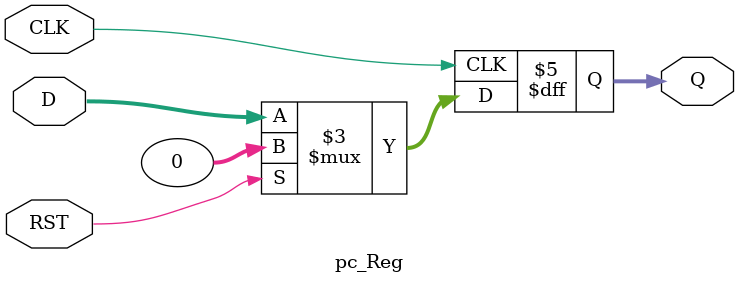
<source format=v>
`timescale 1ns/1ps

module pc_Reg(CLK,RST,D,Q);
input CLK,RST;
input [31:0] D;
output reg [31:0] Q;

always @(posedge CLK)
begin
	if(RST)
	Q <= 32'd0;
	else
	Q <= D;
end
endmodule

</source>
